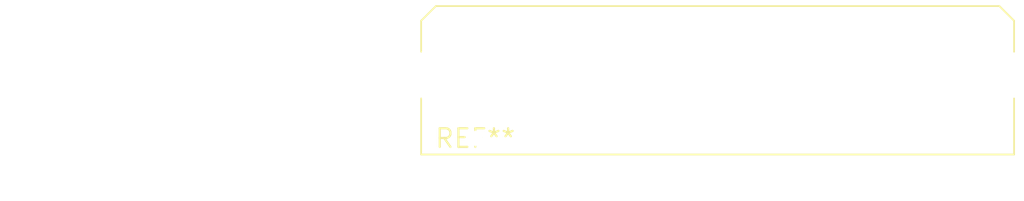
<source format=kicad_pcb>
(kicad_pcb (version 20240108) (generator pcbnew)
  (layers (0 "F.Cu" signal) (31 "B.Cu" signal) (34 "B.Paste" user) (35 "F.Paste" user) (36 "B.SilkS" user "B.Silkscreen") (37 "F.SilkS" user "F.Silkscreen") (38 "B.Mask" user) (39 "F.Mask" user) (44 "Edge.Cuts" user))
  (net 0 "")
  (footprint "Molex_Micro-Fit_3.0_43045-2421_2x12-1MP_P3.00mm_Horizontal" (layer "F.Cu") (at 0 0)
    (property "Reference" "REF**")
    (property "Value" "Molex_Micro-Fit_3.0_43045-2421_2x12-1MP_P3.00mm_Horizontal")
    (fp_line (start -3.685 -8.03) (end -2.685 -9.03) (layer "F.SilkS") (stroke (width 0.12)))
    (fp_line (start -3.685 -5.915) (end -3.685 -8.03) (layer "F.SilkS") (stroke (width 0.12)))
    (fp_line (start -3.685 -2.725) (end -3.685 1.1) (layer "F.SilkS") (stroke (width 0.12)))
    (fp_line (start -3.685 1.1) (end 36.685 1.1) (layer "F.SilkS") (stroke (width 0.12)))
    (fp_line (start -2.685 -9.03) (end 35.685 -9.03) (layer "F.SilkS") (stroke (width 0.12)))
    (fp_line (start 35.685 -9.03) (end 36.685 -8.03) (layer "F.SilkS") (stroke (width 0.12)))
    (fp_line (start 36.685 -8.03) (end 36.685 -5.915) (layer "F.SilkS") (stroke (width 0.12)))
    (fp_line (start 36.685 1.1) (end 36.685 -2.725) (layer "F.SilkS") (stroke (width 0.12)))
    (pad "1" thru_hole roundrect (at 0 0) (size 1.5 1.5) (drill 1.02) (layers *.Cu *.Mask) (remove_unused_layers) (roundrect_rratio 0.166667))
    (pad "2" thru_hole circle (at 3 0) (size 1.5 1.5) (drill 1.02) (layers *.Cu *.Mask) (remove_unused_layers))
    (pad "3" thru_hole circle (at 6 0) (size 1.5 1.5) (drill 1.02) (layers *.Cu *.Mask) (remove_unused_layers))
    (pad "4" thru_hole circle (at 9 0) (size 1.5 1.5) (drill 1.02) (layers *.Cu *.Mask) (remove_unused_layers))
    (pad "5" thru_hole circle (at 12 0) (size 1.5 1.5) (drill 1.02) (layers *.Cu *.Mask) (remove_unused_layers))
    (pad "6" thru_hole circle (at 15 0) (size 1.5 1.5) (drill 1.02) (layers *.Cu *.Mask) (remove_unused_layers))
    (pad "7" thru_hole circle (at 18 0) (size 1.5 1.5) (drill 1.02) (layers *.Cu *.Mask) (remove_unused_layers))
    (pad "8" thru_hole circle (at 21 0) (size 1.5 1.5) (drill 1.02) (layers *.Cu *.Mask) (remove_unused_layers))
    (pad "9" thru_hole circle (at 24 0) (size 1.5 1.5) (drill 1.02) (layers *.Cu *.Mask) (remove_unused_layers))
    (pad "10" thru_hole circle (at 27 0) (size 1.5 1.5) (drill 1.02) (layers *.Cu *.Mask) (remove_unused_layers))
    (pad "11" thru_hole circle (at 30 0) (size 1.5 1.5) (drill 1.02) (layers *.Cu *.Mask) (remove_unused_layers))
    (pad "12" thru_hole circle (at 33 0) (size 1.5 1.5) (drill 1.02) (layers *.Cu *.Mask) (remove_unused_layers))
    (pad "13" thru_hole circle (at 0 3) (size 1.5 1.5) (drill 1.02) (layers *.Cu *.Mask) (remove_unused_layers))
    (pad "14" thru_hole circle (at 3 3) (size 1.5 1.5) (drill 1.02) (layers *.Cu *.Mask) (remove_unused_layers))
    (pad "15" thru_hole circle (at 6 3) (size 1.5 1.5) (drill 1.02) (layers *.Cu *.Mask) (remove_unused_layers))
    (pad "16" thru_hole circle (at 9 3) (size 1.5 1.5) (drill 1.02) (layers *.Cu *.Mask) (remove_unused_layers))
    (pad "17" thru_hole circle (at 12 3) (size 1.5 1.5) (drill 1.02) (layers *.Cu *.Mask) (remove_unused_layers))
    (pad "18" thru_hole circle (at 15 3) (size 1.5 1.5) (drill 1.02) (layers *.Cu *.Mask) (remove_unused_layers))
    (pad "19" thru_hole circle (at 18 3) (size 1.5 1.5) (drill 1.02) (layers *.Cu *.Mask) (remove_unused_layers))
    (pad "20" thru_hole circle (at 21 3) (size 1.5 1.5) (drill 1.02) (layers *.Cu *.Mask) (remove_unused_layers))
    (pad "21" thru_hole circle (at 24 3) (size 1.5 1.5) (drill 1.02) (layers *.Cu *.Mask) (remove_unused_layers))
    (pad "22" thru_hole circle (at 27 3) (size 1.5 1.5) (drill 1.02) (layers *.Cu *.Mask) (remove_unused_layers))
    (pad "23" thru_hole circle (at 30 3) (size 1.5 1.5) (drill 1.02) (layers *.Cu *.Mask) (remove_unused_layers))
    (pad "24" thru_hole circle (at 33 3) (size 1.5 1.5) (drill 1.02) (layers *.Cu *.Mask) (remove_unused_layers))
    (pad "MP" thru_hole circle (at -2.15 -4.32) (size 3.41 3.41) (drill 2.41) (layers *.Cu *.Mask) (remove_unused_layers))
    (pad "MP" thru_hole circle (at 35.15 -4.32) (size 3.41 3.41) (drill 2.41) (layers *.Cu *.Mask) (remove_unused_layers))
  )
)
</source>
